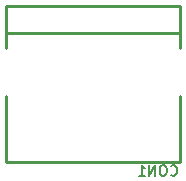
<source format=gbo>
G04 #@! TF.FileFunction,Legend,Bot*
%FSLAX46Y46*%
G04 Gerber Fmt 4.6, Leading zero omitted, Abs format (unit mm)*
G04 Created by KiCad (PCBNEW 4.0.2+dfsg1-stable) date Tue 04 Sep 2018 12:45:05 PM EDT*
%MOMM*%
G01*
G04 APERTURE LIST*
%ADD10C,0.100000*%
%ADD11C,0.254000*%
%ADD12C,0.177800*%
G04 APERTURE END LIST*
D10*
D11*
X142176500Y-85344000D02*
X142176500Y-87630000D01*
X156908500Y-85344000D02*
X142176500Y-85344000D01*
X156908500Y-87630000D02*
X156908500Y-85344000D01*
X142176500Y-87630000D02*
X142176500Y-88900000D01*
X156908500Y-87630000D02*
X142176500Y-87630000D01*
X156908500Y-88900000D02*
X156908500Y-87630000D01*
X156908500Y-98552000D02*
X156908500Y-92964000D01*
X142176500Y-98552000D02*
X142176500Y-92964000D01*
X156908500Y-98552000D02*
X142176500Y-98552000D01*
D12*
X156146499Y-99631500D02*
X156188833Y-99673833D01*
X156315833Y-99716167D01*
X156400499Y-99716167D01*
X156527499Y-99673833D01*
X156612166Y-99589167D01*
X156654499Y-99504500D01*
X156696833Y-99335167D01*
X156696833Y-99208167D01*
X156654499Y-99038833D01*
X156612166Y-98954167D01*
X156527499Y-98869500D01*
X156400499Y-98827167D01*
X156315833Y-98827167D01*
X156188833Y-98869500D01*
X156146499Y-98911833D01*
X155596166Y-98827167D02*
X155426833Y-98827167D01*
X155342166Y-98869500D01*
X155257499Y-98954167D01*
X155215166Y-99123500D01*
X155215166Y-99419833D01*
X155257499Y-99589167D01*
X155342166Y-99673833D01*
X155426833Y-99716167D01*
X155596166Y-99716167D01*
X155680833Y-99673833D01*
X155765499Y-99589167D01*
X155807833Y-99419833D01*
X155807833Y-99123500D01*
X155765499Y-98954167D01*
X155680833Y-98869500D01*
X155596166Y-98827167D01*
X154834166Y-99716167D02*
X154834166Y-98827167D01*
X154326166Y-99716167D01*
X154326166Y-98827167D01*
X153437167Y-99716167D02*
X153945167Y-99716167D01*
X153691167Y-99716167D02*
X153691167Y-98827167D01*
X153775833Y-98954167D01*
X153860500Y-99038833D01*
X153945167Y-99081167D01*
M02*

</source>
